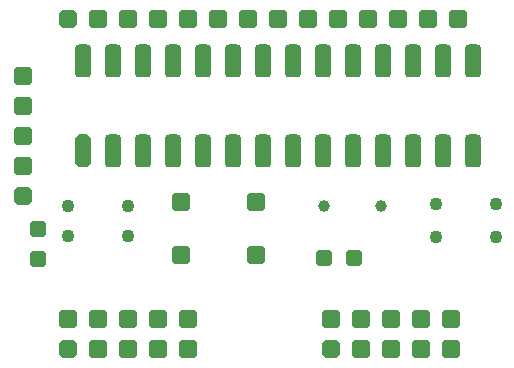
<source format=gts>
G04*
G04 #@! TF.GenerationSoftware,Altium Limited,Altium Designer,20.1.8 (145)*
G04*
G04 Layer_Color=8388736*
%FSLAX44Y44*%
%MOMM*%
G71*
G04*
G04 #@! TF.SameCoordinates,26300AEE-937A-4092-BCD3-584E98E6A38F*
G04*
G04*
G04 #@! TF.FilePolarity,Negative*
G04*
G01*
G75*
G04:AMPARAMS|DCode=16|XSize=1.397mm|YSize=2.794mm|CornerRadius=0mm|HoleSize=0mm|Usage=FLASHONLY|Rotation=0.000|XOffset=0mm|YOffset=0mm|HoleType=Round|Shape=Octagon|*
%AMOCTAGOND16*
4,1,8,-0.3493,1.3970,0.3493,1.3970,0.6985,1.0478,0.6985,-1.0478,0.3493,-1.3970,-0.3493,-1.3970,-0.6985,-1.0478,-0.6985,1.0478,-0.3493,1.3970,0.0*
%
%ADD16OCTAGOND16*%

G04:AMPARAMS|DCode=17|XSize=1.397mm|YSize=2.794mm|CornerRadius=0.3493mm|HoleSize=0mm|Usage=FLASHONLY|Rotation=0.000|XOffset=0mm|YOffset=0mm|HoleType=Round|Shape=RoundedRectangle|*
%AMROUNDEDRECTD17*
21,1,1.3970,2.0955,0,0,0.0*
21,1,0.6985,2.7940,0,0,0.0*
1,1,0.6985,0.3493,-1.0478*
1,1,0.6985,-0.3493,-1.0478*
1,1,0.6985,-0.3493,1.0478*
1,1,0.6985,0.3493,1.0478*
%
%ADD17ROUNDEDRECTD17*%
G04:AMPARAMS|DCode=18|XSize=1.6002mm|YSize=1.6002mm|CornerRadius=0.4001mm|HoleSize=0mm|Usage=FLASHONLY|Rotation=90.000|XOffset=0mm|YOffset=0mm|HoleType=Round|Shape=RoundedRectangle|*
%AMROUNDEDRECTD18*
21,1,1.6002,0.8001,0,0,90.0*
21,1,0.8001,1.6002,0,0,90.0*
1,1,0.8001,0.4001,0.4001*
1,1,0.8001,0.4001,-0.4001*
1,1,0.8001,-0.4001,-0.4001*
1,1,0.8001,-0.4001,0.4001*
%
%ADD18ROUNDEDRECTD18*%
G04:AMPARAMS|DCode=19|XSize=1.6002mm|YSize=1.6002mm|CornerRadius=0mm|HoleSize=0mm|Usage=FLASHONLY|Rotation=90.000|XOffset=0mm|YOffset=0mm|HoleType=Round|Shape=Octagon|*
%AMOCTAGOND19*
4,1,8,0.4001,0.8001,-0.4001,0.8001,-0.8001,0.4001,-0.8001,-0.4001,-0.4001,-0.8001,0.4001,-0.8001,0.8001,-0.4001,0.8001,0.4001,0.4001,0.8001,0.0*
%
%ADD19OCTAGOND19*%

%ADD20C,1.1000*%
G04:AMPARAMS|DCode=21|XSize=1.4mm|YSize=1.4mm|CornerRadius=0.35mm|HoleSize=0mm|Usage=FLASHONLY|Rotation=0.000|XOffset=0mm|YOffset=0mm|HoleType=Round|Shape=RoundedRectangle|*
%AMROUNDEDRECTD21*
21,1,1.4000,0.7000,0,0,0.0*
21,1,0.7000,1.4000,0,0,0.0*
1,1,0.7000,0.3500,-0.3500*
1,1,0.7000,-0.3500,-0.3500*
1,1,0.7000,-0.3500,0.3500*
1,1,0.7000,0.3500,0.3500*
%
%ADD21ROUNDEDRECTD21*%
G04:AMPARAMS|DCode=22|XSize=1.6002mm|YSize=1.6002mm|CornerRadius=0.4001mm|HoleSize=0mm|Usage=FLASHONLY|Rotation=0.000|XOffset=0mm|YOffset=0mm|HoleType=Round|Shape=RoundedRectangle|*
%AMROUNDEDRECTD22*
21,1,1.6002,0.8001,0,0,0.0*
21,1,0.8001,1.6002,0,0,0.0*
1,1,0.8001,0.4001,-0.4001*
1,1,0.8001,-0.4001,-0.4001*
1,1,0.8001,-0.4001,0.4001*
1,1,0.8001,0.4001,0.4001*
%
%ADD22ROUNDEDRECTD22*%
G04:AMPARAMS|DCode=23|XSize=1.6002mm|YSize=1.6002mm|CornerRadius=0mm|HoleSize=0mm|Usage=FLASHONLY|Rotation=0.000|XOffset=0mm|YOffset=0mm|HoleType=Round|Shape=Octagon|*
%AMOCTAGOND23*
4,1,8,0.8001,-0.4001,0.8001,0.4001,0.4001,0.8001,-0.4001,0.8001,-0.8001,0.4001,-0.8001,-0.4001,-0.4001,-0.8001,0.4001,-0.8001,0.8001,-0.4001,0.0*
%
%ADD23OCTAGOND23*%

G04:AMPARAMS|DCode=24|XSize=1.6mm|YSize=1.6mm|CornerRadius=0.4mm|HoleSize=0mm|Usage=FLASHONLY|Rotation=90.000|XOffset=0mm|YOffset=0mm|HoleType=Round|Shape=RoundedRectangle|*
%AMROUNDEDRECTD24*
21,1,1.6000,0.8000,0,0,90.0*
21,1,0.8000,1.6000,0,0,90.0*
1,1,0.8000,0.4000,0.4000*
1,1,0.8000,0.4000,-0.4000*
1,1,0.8000,-0.4000,-0.4000*
1,1,0.8000,-0.4000,0.4000*
%
%ADD24ROUNDEDRECTD24*%
%ADD25C,1.0000*%
G04:AMPARAMS|DCode=26|XSize=1.4mm|YSize=1.4mm|CornerRadius=0.35mm|HoleSize=0mm|Usage=FLASHONLY|Rotation=90.000|XOffset=0mm|YOffset=0mm|HoleType=Round|Shape=RoundedRectangle|*
%AMROUNDEDRECTD26*
21,1,1.4000,0.7000,0,0,90.0*
21,1,0.7000,1.4000,0,0,90.0*
1,1,0.7000,0.3500,0.3500*
1,1,0.7000,0.3500,-0.3500*
1,1,0.7000,-0.3500,-0.3500*
1,1,0.7000,-0.3500,0.3500*
%
%ADD26ROUNDEDRECTD26*%
D16*
X50800Y199370D02*
D03*
D17*
X76200D02*
D03*
X101600D02*
D03*
X127000D02*
D03*
X152400D02*
D03*
X177800D02*
D03*
X203200D02*
D03*
X228600D02*
D03*
X254000D02*
D03*
X279400D02*
D03*
X304800D02*
D03*
X330200D02*
D03*
X355600D02*
D03*
X381000D02*
D03*
Y275570D02*
D03*
X355600D02*
D03*
X330200D02*
D03*
X304800D02*
D03*
X279400D02*
D03*
X254000D02*
D03*
X228600D02*
D03*
X203200D02*
D03*
X177800D02*
D03*
X152400D02*
D03*
X127000D02*
D03*
X101600D02*
D03*
X76200D02*
D03*
X50800D02*
D03*
D18*
X-200Y262870D02*
D03*
Y237470D02*
D03*
Y212070D02*
D03*
Y186670D02*
D03*
D19*
Y161270D02*
D03*
D20*
X400050Y154395D02*
D03*
X349250D02*
D03*
X400300Y126500D02*
D03*
X349500D02*
D03*
X88900Y127000D02*
D03*
X38100D02*
D03*
Y152400D02*
D03*
X88900D02*
D03*
D21*
X254850Y108750D02*
D03*
X280250D02*
D03*
D22*
X139700Y57150D02*
D03*
Y31750D02*
D03*
X114300Y57150D02*
D03*
Y31750D02*
D03*
X88900Y57150D02*
D03*
Y31750D02*
D03*
X63500Y57150D02*
D03*
Y31750D02*
D03*
X38100Y57150D02*
D03*
X361950D02*
D03*
Y31750D02*
D03*
X336550Y57150D02*
D03*
Y31750D02*
D03*
X311150Y57150D02*
D03*
Y31750D02*
D03*
X285750Y57150D02*
D03*
Y31750D02*
D03*
X260350Y57150D02*
D03*
X63500Y311123D02*
D03*
X88900D02*
D03*
X114300D02*
D03*
X139700D02*
D03*
X165100D02*
D03*
X190500D02*
D03*
X215900D02*
D03*
X241300D02*
D03*
X266700D02*
D03*
X292100D02*
D03*
X317500D02*
D03*
X342900D02*
D03*
X368300D02*
D03*
D23*
X38100Y31750D02*
D03*
X260350D02*
D03*
X38100Y311123D02*
D03*
D24*
X196850Y111125D02*
D03*
Y155575D02*
D03*
X133350Y111125D02*
D03*
Y155575D02*
D03*
D25*
X255194Y152490D02*
D03*
X303454D02*
D03*
D26*
X12700Y107950D02*
D03*
Y133350D02*
D03*
M02*

</source>
